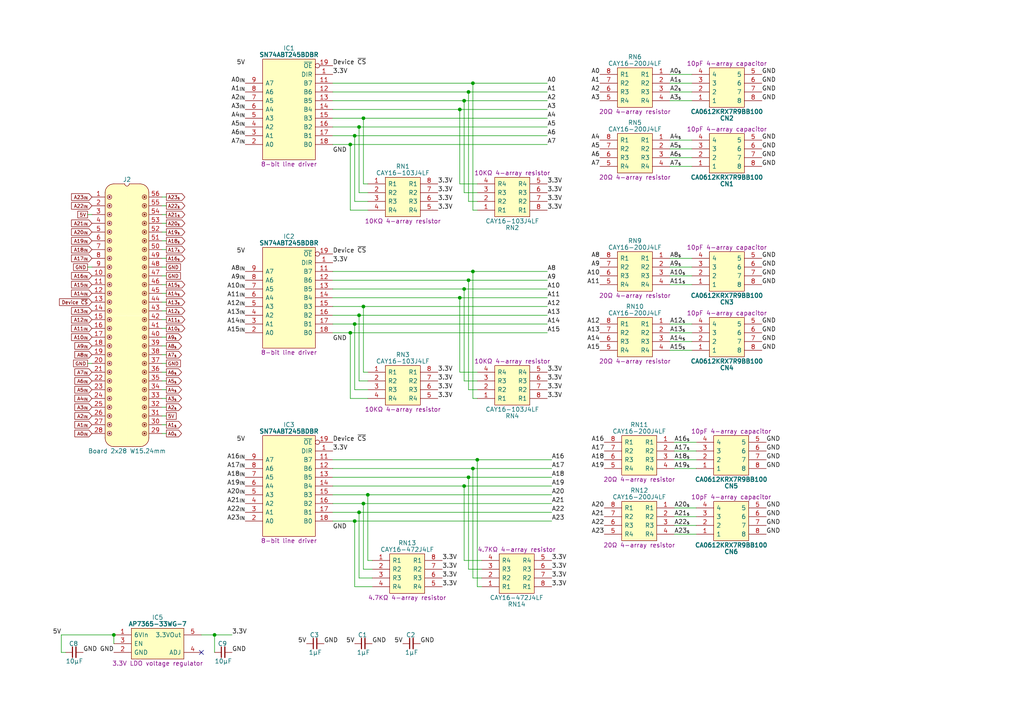
<source format=kicad_sch>
(kicad_sch (version 20250114) (generator "eeschema") (generator_version "9.0")
  (paper "A4")
  (title_block (title "Address Buffer 24bit") (date "2024-02-01") (rev "V0"))
  (junction (at 137.16 24.13))
  (junction (at 135.89 138.43))
  (junction (at 133.35 31.75))
  (junction (at 105.41 146.05))
  (junction (at 138.43 133.35))
  (junction (at 137.16 78.74))
  (junction (at 133.35 86.36))
  (junction (at 104.14 148.59))
  (junction (at 33.02 184.15))
  (junction (at 134.62 140.97))
  (junction (at 134.62 83.82))
  (junction (at 102.87 93.98))
  (junction (at 104.14 91.44))
  (junction (at 104.14 36.83))
  (junction (at 105.41 34.29))
  (junction (at 102.87 151.13))
  (junction (at 101.6 41.91))
  (junction (at 102.87 39.37))
  (junction (at 137.16 135.89))
  (junction (at 135.89 81.28))
  (junction (at 135.89 26.67))
  (junction (at 62.23 184.15))
  (junction (at 134.62 29.21))
  (junction (at 106.68 143.51))
  (junction (at 105.41 88.9))
  (junction (at 101.6 96.52))
  (no_connect (at 58.42 189.23))
  (wire (pts (xy 96.52 26.67) (xy 135.89 26.67)))
  (wire (pts (xy 133.35 107.95) (xy 133.35 86.36)))
  (wire (pts (xy 135.89 81.28) (xy 96.52 81.28)))
  (wire (pts (xy 194.31 24.13) (xy 200.66 24.13)))
  (wire (pts (xy 194.31 77.47) (xy 200.66 77.47)))
  (wire (pts (xy 96.52 133.35) (xy 138.43 133.35)))
  (wire (pts (xy 48.26 125.73) (xy 46.99 125.73)))
  (wire (pts (xy 135.89 26.67) (xy 158.75 26.67)))
  (wire (pts (xy 101.6 41.91) (xy 158.75 41.91)))
  (wire (pts (xy 134.62 162.56) (xy 139.7 162.56)))
  (wire (pts (xy 158.75 91.44) (xy 104.14 91.44)))
  (wire (pts (xy 133.35 31.75) (xy 158.75 31.75)))
  (wire (pts (xy 105.41 146.05) (xy 160.02 146.05)))
  (wire (pts (xy 48.26 92.71) (xy 46.99 92.71)))
  (wire (pts (xy 48.26 77.47) (xy 46.99 77.47)))
  (wire (pts (xy 138.43 133.35) (xy 138.43 170.18)))
  (wire (pts (xy 134.62 29.21) (xy 158.75 29.21)))
  (wire (pts (xy 134.62 140.97) (xy 160.02 140.97)))
  (wire (pts (xy 133.35 86.36) (xy 96.52 86.36)))
  (wire (pts (xy 195.58 133.35) (xy 201.93 133.35)))
  (wire (pts (xy 48.26 107.95) (xy 46.99 107.95)))
  (wire (pts (xy 194.31 29.21) (xy 200.66 29.21)))
  (wire (pts (xy 25.4 105.41) (xy 26.67 105.41)))
  (wire (pts (xy 106.68 162.56) (xy 106.68 143.51)))
  (wire (pts (xy 102.87 93.98) (xy 96.52 93.98)))
  (wire (pts (xy 48.26 82.55) (xy 46.99 82.55)))
  (wire (pts (xy 134.62 83.82) (xy 96.52 83.82)))
  (wire (pts (xy 194.31 45.72) (xy 200.66 45.72)))
  (wire (pts (xy 134.62 55.88) (xy 134.62 29.21)))
  (wire (pts (xy 62.23 189.23) (xy 62.23 184.15)))
  (wire (pts (xy 105.41 165.1) (xy 105.41 146.05)))
  (wire (pts (xy 138.43 113.03) (xy 135.89 113.03)))
  (wire (pts (xy 96.52 31.75) (xy 133.35 31.75)))
  (wire (pts (xy 48.26 97.79) (xy 46.99 97.79)))
  (wire (pts (xy 158.75 88.9) (xy 105.41 88.9)))
  (wire (pts (xy 48.26 115.57) (xy 46.99 115.57)))
  (wire (pts (xy 105.41 107.95) (xy 106.68 107.95)))
  (wire (pts (xy 105.41 34.29) (xy 158.75 34.29)))
  (wire (pts (xy 106.68 115.57) (xy 101.6 115.57)))
  (wire (pts (xy 96.52 29.21) (xy 134.62 29.21)))
  (wire (pts (xy 102.87 113.03) (xy 102.87 93.98)))
  (wire (pts (xy 96.52 143.51) (xy 106.68 143.51)))
  (wire (pts (xy 135.89 81.28) (xy 135.89 113.03)))
  (wire (pts (xy 25.4 62.23) (xy 26.67 62.23)))
  (wire (pts (xy 194.31 40.64) (xy 200.66 40.64)))
  (wire (pts (xy 104.14 167.64) (xy 104.14 148.59)))
  (wire (pts (xy 138.43 60.96) (xy 137.16 60.96)))
  (wire (pts (xy 195.58 149.86) (xy 201.93 149.86)))
  (wire (pts (xy 137.16 78.74) (xy 137.16 115.57)))
  (wire (pts (xy 137.16 78.74) (xy 96.52 78.74)))
  (wire (pts (xy 48.26 59.69) (xy 46.99 59.69)))
  (wire (pts (xy 96.52 39.37) (xy 102.87 39.37)))
  (wire (pts (xy 158.75 81.28) (xy 135.89 81.28)))
  (wire (pts (xy 17.78 184.15) (xy 33.02 184.15)))
  (wire (pts (xy 25.4 77.47) (xy 26.67 77.47)))
  (wire (pts (xy 48.26 87.63) (xy 46.99 87.63)))
  (wire (pts (xy 48.26 69.85) (xy 46.99 69.85)))
  (wire (pts (xy 104.14 36.83) (xy 158.75 36.83)))
  (wire (pts (xy 106.68 162.56) (xy 107.95 162.56)))
  (wire (pts (xy 101.6 115.57) (xy 101.6 96.52)))
  (wire (pts (xy 137.16 24.13) (xy 137.16 60.96)))
  (wire (pts (xy 134.62 110.49) (xy 134.62 83.82)))
  (wire (pts (xy 104.14 55.88) (xy 104.14 36.83)))
  (wire (pts (xy 96.52 24.13) (xy 137.16 24.13)))
  (wire (pts (xy 102.87 170.18) (xy 102.87 151.13)))
  (wire (pts (xy 48.26 64.77) (xy 46.99 64.77)))
  (wire (pts (xy 96.52 36.83) (xy 104.14 36.83)))
  (wire (pts (xy 101.6 96.52) (xy 96.52 96.52)))
  (wire (pts (xy 48.26 102.87) (xy 46.99 102.87)))
  (wire (pts (xy 33.02 184.15) (xy 33.02 186.69)))
  (wire (pts (xy 105.41 165.1) (xy 107.95 165.1)))
  (wire (pts (xy 133.35 53.34) (xy 138.43 53.34)))
  (wire (pts (xy 137.16 135.89) (xy 137.16 167.64)))
  (wire (pts (xy 135.89 165.1) (xy 135.89 138.43)))
  (wire (pts (xy 105.41 88.9) (xy 96.52 88.9)))
  (wire (pts (xy 104.14 110.49) (xy 104.14 91.44)))
  (wire (pts (xy 102.87 58.42) (xy 102.87 39.37)))
  (wire (pts (xy 195.58 135.89) (xy 201.93 135.89)))
  (wire (pts (xy 158.75 83.82) (xy 134.62 83.82)))
  (wire (pts (xy 48.26 110.49) (xy 46.99 110.49)))
  (wire (pts (xy 96.52 146.05) (xy 105.41 146.05)))
  (wire (pts (xy 158.75 96.52) (xy 101.6 96.52)))
  (wire (pts (xy 194.31 26.67) (xy 200.66 26.67)))
  (wire (pts (xy 195.58 147.32) (xy 201.93 147.32)))
  (wire (pts (xy 48.26 118.11) (xy 46.99 118.11)))
  (wire (pts (xy 96.52 140.97) (xy 134.62 140.97)))
  (wire (pts (xy 48.26 67.31) (xy 46.99 67.31)))
  (wire (pts (xy 158.75 86.36) (xy 133.35 86.36)))
  (wire (pts (xy 48.26 113.03) (xy 46.99 113.03)))
  (wire (pts (xy 134.62 162.56) (xy 134.62 140.97)))
  (wire (pts (xy 105.41 53.34) (xy 105.41 34.29)))
  (wire (pts (xy 134.62 55.88) (xy 138.43 55.88)))
  (wire (pts (xy 195.58 128.27) (xy 201.93 128.27)))
  (wire (pts (xy 48.26 90.17) (xy 46.99 90.17)))
  (wire (pts (xy 104.14 110.49) (xy 106.68 110.49)))
  (wire (pts (xy 194.31 93.98) (xy 200.66 93.98)))
  (wire (pts (xy 96.52 41.91) (xy 101.6 41.91)))
  (wire (pts (xy 194.31 101.6) (xy 200.66 101.6)))
  (wire (pts (xy 195.58 152.4) (xy 201.93 152.4)))
  (wire (pts (xy 106.68 143.51) (xy 160.02 143.51)))
  (wire (pts (xy 48.26 62.23) (xy 46.99 62.23)))
  (wire (pts (xy 104.14 55.88) (xy 106.68 55.88)))
  (wire (pts (xy 48.26 57.15) (xy 46.99 57.15)))
  (wire (pts (xy 138.43 58.42) (xy 135.89 58.42)))
  (wire (pts (xy 102.87 151.13) (xy 160.02 151.13)))
  (wire (pts (xy 107.95 167.64) (xy 104.14 167.64)))
  (wire (pts (xy 58.42 184.15) (xy 62.23 184.15)))
  (wire (pts (xy 96.52 151.13) (xy 102.87 151.13)))
  (wire (pts (xy 101.6 60.96) (xy 101.6 41.91)))
  (wire (pts (xy 158.75 78.74) (xy 137.16 78.74)))
  (wire (pts (xy 139.7 170.18) (xy 138.43 170.18)))
  (wire (pts (xy 96.52 34.29) (xy 105.41 34.29)))
  (wire (pts (xy 194.31 74.93) (xy 200.66 74.93)))
  (wire (pts (xy 48.26 74.93) (xy 46.99 74.93)))
  (wire (pts (xy 194.31 48.26) (xy 200.66 48.26)))
  (wire (pts (xy 106.68 60.96) (xy 101.6 60.96)))
  (wire (pts (xy 105.41 53.34) (xy 106.68 53.34)))
  (wire (pts (xy 137.16 135.89) (xy 160.02 135.89)))
  (wire (pts (xy 48.26 123.19) (xy 46.99 123.19)))
  (wire (pts (xy 137.16 24.13) (xy 158.75 24.13)))
  (wire (pts (xy 135.89 26.67) (xy 135.89 58.42)))
  (wire (pts (xy 106.68 113.03) (xy 102.87 113.03)))
  (wire (pts (xy 107.95 170.18) (xy 102.87 170.18)))
  (wire (pts (xy 194.31 99.06) (xy 200.66 99.06)))
  (wire (pts (xy 133.35 53.34) (xy 133.35 31.75)))
  (wire (pts (xy 17.78 184.15) (xy 17.78 189.23)))
  (wire (pts (xy 138.43 115.57) (xy 137.16 115.57)))
  (wire (pts (xy 138.43 133.35) (xy 160.02 133.35)))
  (wire (pts (xy 48.26 72.39) (xy 46.99 72.39)))
  (wire (pts (xy 133.35 107.95) (xy 138.43 107.95)))
  (wire (pts (xy 96.52 138.43) (xy 135.89 138.43)))
  (wire (pts (xy 48.26 100.33) (xy 46.99 100.33)))
  (wire (pts (xy 194.31 21.59) (xy 200.66 21.59)))
  (wire (pts (xy 48.26 105.41) (xy 46.99 105.41)))
  (wire (pts (xy 194.31 43.18) (xy 200.66 43.18)))
  (wire (pts (xy 48.26 85.09) (xy 46.99 85.09)))
  (wire (pts (xy 105.41 107.95) (xy 105.41 88.9)))
  (wire (pts (xy 104.14 148.59) (xy 160.02 148.59)))
  (wire (pts (xy 48.26 80.01) (xy 46.99 80.01)))
  (wire (pts (xy 139.7 167.64) (xy 137.16 167.64)))
  (wire (pts (xy 194.31 80.01) (xy 200.66 80.01)))
  (wire (pts (xy 195.58 130.81) (xy 201.93 130.81)))
  (wire (pts (xy 106.68 58.42) (xy 102.87 58.42)))
  (wire (pts (xy 48.26 95.25) (xy 46.99 95.25)))
  (wire (pts (xy 17.78 189.23) (xy 19.05 189.23)))
  (wire (pts (xy 96.52 135.89) (xy 137.16 135.89)))
  (wire (pts (xy 135.89 138.43) (xy 160.02 138.43)))
  (wire (pts (xy 104.14 91.44) (xy 96.52 91.44)))
  (wire (pts (xy 102.87 39.37) (xy 158.75 39.37)))
  (wire (pts (xy 194.31 82.55) (xy 200.66 82.55)))
  (wire (pts (xy 62.23 184.15) (xy 67.31 184.15)))
  (wire (pts (xy 48.26 120.65) (xy 46.99 120.65)))
  (wire (pts (xy 134.62 110.49) (xy 138.43 110.49)))
  (wire (pts (xy 194.31 96.52) (xy 200.66 96.52)))
  (wire (pts (xy 135.89 165.1) (xy 139.7 165.1)))
  (wire (pts (xy 158.75 93.98) (xy 102.87 93.98)))
  (wire (pts (xy 195.58 154.94) (xy 201.93 154.94)))
  (wire (pts (xy 96.52 148.59) (xy 104.14 148.59)))
  (label "A18_{IN}" (at 71.12 138.43 180))
  (label "A23" (at 175.26 154.94 180))
  (label "A3_{s}" (at 194.31 29.21 0))
  (label "3.3V" (at 127 110.49 0))
  (label "A15" (at 173.99 101.6 180))
  (label "GND" (at 96.52 153.67 0))
  (label "A22" (at 175.26 152.4 180))
  (label "3.3V" (at 127 53.34 0))
  (label "A5_{IN}" (at 71.12 36.83 180))
  (label "A10" (at 158.75 83.82 0))
  (label "A6_{s}" (at 194.31 45.72 0))
  (label "A10" (at 173.99 80.01 180))
  (label "A4_{s}" (at 194.31 40.64 0))
  (label "A21" (at 175.26 149.86 180))
  (label "GND" (at 220.98 96.52 0))
  (label "A23" (at 160.02 151.13 0))
  (label "A23_{IN}" (at 71.12 151.13 180))
  (label "A12" (at 173.99 93.98 180))
  (label "A5" (at 173.99 43.18 180))
  (label "A17" (at 175.26 130.81 180))
  (label "3.3V" (at 158.75 58.42 0))
  (label "A10_{IN}" (at 71.12 83.82 180))
  (label "A13" (at 173.99 96.52 180))
  (label "GND" (at 222.25 154.94 0))
  (label "GND" (at 220.98 101.6 0))
  (label "A13_{IN}" (at 71.12 91.44 180))
  (label "3.3V" (at 96.52 76.2 0))
  (label "A14_{IN}" (at 71.12 93.98 180))
  (label "GND" (at 222.25 152.4 0))
  (label "A19" (at 160.02 140.97 0))
  (label "GND" (at 222.25 133.35 0))
  (label "GND" (at 220.98 74.93 0))
  (label "A18_{s}" (at 195.58 133.35 0))
  (label "GND" (at 67.31 189.23 0))
  (label "3.3V" (at 128.27 162.56 0))
  (label "GND" (at 220.98 24.13 0))
  (label "A4_{IN}" (at 71.12 34.29 180))
  (label "GND" (at 93.98 186.69 0))
  (label "3.3V" (at 128.27 165.1 0))
  (label "A7" (at 158.75 41.91 0))
  (label "A12" (at 158.75 88.9 0))
  (label "3.3V" (at 158.75 113.03 0))
  (label "3.3V" (at 158.75 53.34 0))
  (label "A13_{s}" (at 194.31 96.52 0))
  (label "GND" (at 222.25 149.86 0))
  (label "A7_{s}" (at 194.31 48.26 0))
  (label "A19_{IN}" (at 71.12 140.97 180))
  (label "A4" (at 158.75 34.29 0))
  (label "GND" (at 220.98 80.01 0))
  (label "A12_{s}" (at 194.31 93.98 0))
  (label "GND" (at 96.52 99.06 0))
  (label "GND" (at 222.25 135.89 0))
  (label "A1_{IN}" (at 71.12 26.67 180))
  (label "A16_{IN}" (at 71.12 133.35 180))
  (label "3.3V" (at 127 113.03 0))
  (label "A10_{s}" (at 194.31 80.01 0))
  (label "GND" (at 24.13 189.23 0))
  (label "5V" (at 17.78 184.15 180))
  (label "A9" (at 173.99 77.47 180))
  (label "A21" (at 160.02 146.05 0))
  (label "A9_{s}" (at 194.31 77.47 0))
  (label "GND" (at 220.98 82.55 0))
  (label "A21_{s}" (at 195.58 149.86 0))
  (label "5V" (at 71.12 73.66 180))
  (label "A17_{s}" (at 195.58 130.81 0))
  (label "A19" (at 175.26 135.89 180))
  (label "A11" (at 173.99 82.55 180))
  (label "A18" (at 160.02 138.43 0))
  (label "A15_{IN}" (at 71.12 96.52 180))
  (label "A3" (at 173.99 29.21 180))
  (label "3.3V" (at 160.02 162.56 0))
  (label "A21_{IN}" (at 71.12 146.05 180))
  (label "5V" (at 71.12 128.27 180))
  (label "A17" (at 160.02 135.89 0))
  (label "A2" (at 158.75 29.21 0))
  (label "GND" (at 222.25 147.32 0))
  (label "GND" (at 33.02 189.23 180))
  (label "A19_{s}" (at 195.58 135.89 0))
  (label "A5" (at 158.75 36.83 0))
  (label "A14" (at 158.75 93.98 0))
  (label "A3" (at 158.75 31.75 0))
  (label "A11" (at 158.75 86.36 0))
  (label "GND" (at 220.98 99.06 0))
  (label "A1" (at 158.75 26.67 0))
  (label "3.3V" (at 160.02 170.18 0))
  (label "GND" (at 220.98 29.21 0))
  (label "Device ~{CS}" (at 96.52 19.05 0))
  (label "3.3V" (at 160.02 167.64 0))
  (label "5V" (at 88.9 186.69 180))
  (label "3.3V" (at 127 55.88 0))
  (label "GND" (at 220.98 26.67 0))
  (label "3.3V" (at 158.75 60.96 0))
  (label "A7_{IN}" (at 71.12 41.91 180))
  (label "A17_{IN}" (at 71.12 135.89 180))
  (label "GND" (at 220.98 93.98 0))
  (label "GND" (at 222.25 130.81 0))
  (label "3.3V" (at 127 115.57 0))
  (label "3.3V" (at 96.52 21.59 0))
  (label "Device ~{CS}" (at 96.52 73.66 0))
  (label "A20_{s}" (at 195.58 147.32 0))
  (label "A14" (at 173.99 99.06 180))
  (label "GND" (at 220.98 45.72 0))
  (label "A5_{s}" (at 194.31 43.18 0))
  (label "A0_{IN}" (at 71.12 24.13 180))
  (label "A7" (at 173.99 48.26 180))
  (label "5V" (at 102.87 186.69 180))
  (label "3.3V" (at 127 60.96 0))
  (label "A23_{s}" (at 195.58 154.94 0))
  (label "A11_{IN}" (at 71.12 86.36 180))
  (label "3.3V" (at 127 107.95 0))
  (label "A8" (at 173.99 74.93 180))
  (label "3.3V" (at 127 58.42 0))
  (label "A15_{s}" (at 194.31 101.6 0))
  (label "A2_{s}" (at 194.31 26.67 0))
  (label "A6_{IN}" (at 71.12 39.37 180))
  (label "3.3V" (at 158.75 110.49 0))
  (label "A8" (at 158.75 78.74 0))
  (label "A0" (at 173.99 21.59 180))
  (label "3.3V" (at 128.27 167.64 0))
  (label "A20_{IN}" (at 71.12 143.51 180))
  (label "A1_{s}" (at 194.31 24.13 0))
  (label "GND" (at 107.95 186.69 0))
  (label "A22" (at 160.02 148.59 0))
  (label "A22_{IN}" (at 71.12 148.59 180))
  (label "A2_{IN}" (at 71.12 29.21 180))
  (label "3.3V" (at 67.31 184.15 0))
  (label "A20" (at 175.26 147.32 180))
  (label "A11_{s}" (at 194.31 82.55 0))
  (label "GND" (at 220.98 43.18 0))
  (label "3.3V" (at 96.52 130.81 0))
  (label "GND" (at 222.25 128.27 0))
  (label "A12_{IN}" (at 71.12 88.9 180))
  (label "A4" (at 173.99 40.64 180))
  (label "A18" (at 175.26 133.35 180))
  (label "GND" (at 96.52 44.45 0))
  (label "A0" (at 158.75 24.13 0))
  (label "A16" (at 175.26 128.27 180))
  (label "A9" (at 158.75 81.28 0))
  (label "5V" (at 71.12 19.05 180))
  (label "A1" (at 173.99 24.13 180))
  (label "3.3V" (at 158.75 115.57 0))
  (label "GND" (at 121.92 186.69 0))
  (label "GND" (at 220.98 48.26 0))
  (label "A6" (at 158.75 39.37 0))
  (label "3.3V" (at 158.75 107.95 0))
  (label "Device ~{CS}" (at 96.52 128.27 0))
  (label "GND" (at 220.98 40.64 0))
  (label "A0_{s}" (at 194.31 21.59 0))
  (label "A20" (at 160.02 143.51 0))
  (label "A13" (at 158.75 91.44 0))
  (label "3.3V" (at 160.02 165.1 0))
  (label "A9_{IN}" (at 71.12 81.28 180))
  (label "A8_{IN}" (at 71.12 78.74 180))
  (label "A15" (at 158.75 96.52 0))
  (label "3.3V" (at 128.27 170.18 0))
  (label "3.3V" (at 158.75 55.88 0))
  (label "A8_{s}" (at 194.31 74.93 0))
  (label "A2" (at 173.99 26.67 180))
  (label "A22_{s}" (at 195.58 152.4 0))
  (label "A14_{s}" (at 194.31 99.06 0))
  (label "A3_{IN}" (at 71.12 31.75 180))
  (label "A16" (at 160.02 133.35 0))
  (label "GND" (at 220.98 21.59 0))
  (label "5V" (at 116.84 186.69 180))
  (label "A16_{s}" (at 195.58 128.27 0))
  (label "GND" (at 220.98 77.47 0))
  (label "A6" (at 173.99 45.72 180))
  (global_label "A3_{s}" (shape output) (at 48.26 115.57 0) (effects (font (size 1 1))) (property "Intersheetrefs" "${INTERSHEET_REFS}" (effects (hide yes))))
  (global_label "A11_{s}" (shape output) (at 48.26 92.71 0) (effects (font (size 1 1))) (property "Intersheetrefs" "${INTERSHEET_REFS}" (effects (hide yes))))
  (global_label "A18_{s}" (shape output) (at 48.26 69.85 0) (effects (font (size 1 1))) (property "Intersheetrefs" "${INTERSHEET_REFS}" (effects (hide yes))))
  (global_label "GND" (shape passive) (at 25.4 105.41 180) (effects (font (size 1 1))) (property "Intersheetrefs" "${INTERSHEET_REFS}" (effects (hide yes))))
  (global_label "A15_{IN}" (shape input) (at 26.67 82.55 180) (effects (font (size 1 1))) (property "Intersheetrefs" "${INTERSHEET_REFS}" (effects (hide yes))))
  (global_label "A14_{s}" (shape output) (at 48.26 85.09 0) (effects (font (size 1 1))) (property "Intersheetrefs" "${INTERSHEET_REFS}" (effects (hide yes))))
  (global_label "A10_{IN}" (shape input) (at 26.67 97.79 180) (effects (font (size 1 1))) (property "Intersheetrefs" "${INTERSHEET_REFS}" (effects (hide yes))))
  (global_label "A1_{s}" (shape output) (at 48.26 123.19 0) (effects (font (size 1 1))) (property "Intersheetrefs" "${INTERSHEET_REFS}" (effects (hide yes))))
  (global_label "A16_{s}" (shape output) (at 48.26 74.93 0) (effects (font (size 1 1))) (property "Intersheetrefs" "${INTERSHEET_REFS}" (effects (hide yes))))
  (global_label "A5_{s}" (shape output) (at 48.26 110.49 0) (effects (font (size 1 1))) (property "Intersheetrefs" "${INTERSHEET_REFS}" (effects (hide yes))))
  (global_label "A23_{s}" (shape output) (at 48.26 57.15 0) (effects (font (size 1 1))) (property "Intersheetrefs" "${INTERSHEET_REFS}" (effects (hide yes))))
  (global_label "A7_{s}" (shape output) (at 48.26 102.87 0) (effects (font (size 1 1))) (property "Intersheetrefs" "${INTERSHEET_REFS}" (effects (hide yes))))
  (global_label "A8_{IN}" (shape input) (at 26.67 102.87 180) (effects (font (size 1 1))) (property "Intersheetrefs" "${INTERSHEET_REFS}" (effects (hide yes))))
  (global_label "A8_{s}" (shape output) (at 48.26 100.33 0) (effects (font (size 1 1))) (property "Intersheetrefs" "${INTERSHEET_REFS}" (effects (hide yes))))
  (global_label "A4_{s}" (shape output) (at 48.26 113.03 0) (effects (font (size 1 1))) (property "Intersheetrefs" "${INTERSHEET_REFS}" (effects (hide yes))))
  (global_label "A14_{IN}" (shape input) (at 26.67 85.09 180) (effects (font (size 1 1))) (property "Intersheetrefs" "${INTERSHEET_REFS}" (effects (hide yes))))
  (global_label "GND" (shape passive) (at 48.26 105.41 0) (effects (font (size 1 1))) (property "Intersheetrefs" "${INTERSHEET_REFS}" (effects (hide yes))))
  (global_label "A12_{IN}" (shape input) (at 26.67 92.71 180) (effects (font (size 1 1))) (property "Intersheetrefs" "${INTERSHEET_REFS}" (effects (hide yes))))
  (global_label "A10_{s}" (shape output) (at 48.26 95.25 0) (effects (font (size 1 1))) (property "Intersheetrefs" "${INTERSHEET_REFS}" (effects (hide yes))))
  (global_label "A11_{IN}" (shape input) (at 26.67 95.25 180) (effects (font (size 1 1))) (property "Intersheetrefs" "${INTERSHEET_REFS}" (effects (hide yes))))
  (global_label "Device ~{CS}" (shape input) (at 26.67 87.63 180) (effects (font (size 1 1))) (property "Intersheetrefs" "${INTERSHEET_REFS}" (effects (hide yes))))
  (global_label "A2_{IN}" (shape input) (at 26.67 120.65 180) (effects (font (size 1 1))) (property "Intersheetrefs" "${INTERSHEET_REFS}" (effects (hide yes))))
  (global_label "A22_{IN}" (shape input) (at 26.67 59.69 180) (effects (font (size 1 1))) (property "Intersheetrefs" "${INTERSHEET_REFS}" (effects (hide yes))))
  (global_label "A6_{IN}" (shape input) (at 26.67 110.49 180) (effects (font (size 1 1))) (property "Intersheetrefs" "${INTERSHEET_REFS}" (effects (hide yes))))
  (global_label "GND" (shape passive) (at 25.4 77.47 180) (effects (font (size 1 1))) (property "Intersheetrefs" "${INTERSHEET_REFS}" (effects (hide yes))))
  (global_label "A23_{IN}" (shape input) (at 26.67 57.15 180) (effects (font (size 1 1))) (property "Intersheetrefs" "${INTERSHEET_REFS}" (effects (hide yes))))
  (global_label "A16_{IN}" (shape input) (at 26.67 80.01 180) (effects (font (size 1 1))) (property "Intersheetrefs" "${INTERSHEET_REFS}" (effects (hide yes))))
  (global_label "A19_{IN}" (shape input) (at 26.67 69.85 180) (effects (font (size 1 1))) (property "Intersheetrefs" "${INTERSHEET_REFS}" (effects (hide yes))))
  (global_label "A21_{IN}" (shape input) (at 26.67 64.77 180) (effects (font (size 1 1))) (property "Intersheetrefs" "${INTERSHEET_REFS}" (effects (hide yes))))
  (global_label "A3_{IN}" (shape input) (at 26.67 118.11 180) (effects (font (size 1 1))) (property "Intersheetrefs" "${INTERSHEET_REFS}" (effects (hide yes))))
  (global_label "A17_{s}" (shape output) (at 48.26 72.39 0) (effects (font (size 1 1))) (property "Intersheetrefs" "${INTERSHEET_REFS}" (effects (hide yes))))
  (global_label "A0_{IN}" (shape input) (at 26.67 125.73 180) (effects (font (size 1 1))) (property "Intersheetrefs" "${INTERSHEET_REFS}" (effects (hide yes))))
  (global_label "GND" (shape passive) (at 48.26 80.01 0) (effects (font (size 1 1))) (property "Intersheetrefs" "${INTERSHEET_REFS}" (effects (hide yes))))
  (global_label "A13_{s}" (shape output) (at 48.26 87.63 0) (effects (font (size 1 1))) (property "Intersheetrefs" "${INTERSHEET_REFS}" (effects (hide yes))))
  (global_label "A1_{IN}" (shape input) (at 26.67 123.19 180) (effects (font (size 1 1))) (property "Intersheetrefs" "${INTERSHEET_REFS}" (effects (hide yes))))
  (global_label "A12_{s}" (shape output) (at 48.26 90.17 0) (effects (font (size 1 1))) (property "Intersheetrefs" "${INTERSHEET_REFS}" (effects (hide yes))))
  (global_label "GND" (shape passive) (at 48.26 77.47 0) (effects (font (size 1 1))) (property "Intersheetrefs" "${INTERSHEET_REFS}" (effects (hide yes))))
  (global_label "A15_{s}" (shape output) (at 48.26 82.55 0) (effects (font (size 1 1))) (property "Intersheetrefs" "${INTERSHEET_REFS}" (effects (hide yes))))
  (global_label "A21_{s}" (shape output) (at 48.26 62.23 0) (effects (font (size 1 1))) (property "Intersheetrefs" "${INTERSHEET_REFS}" (effects (hide yes))))
  (global_label "A0_{s}" (shape output) (at 48.26 125.73 0) (effects (font (size 1 1))) (property "Intersheetrefs" "${INTERSHEET_REFS}" (effects (hide yes))))
  (global_label "A20_{IN}" (shape input) (at 26.67 67.31 180) (effects (font (size 1 1))) (property "Intersheetrefs" "${INTERSHEET_REFS}" (effects (hide yes))))
  (global_label "A5_{IN}" (shape input) (at 26.67 113.03 180) (effects (font (size 1 1))) (property "Intersheetrefs" "${INTERSHEET_REFS}" (effects (hide yes))))
  (global_label "A18_{IN}" (shape input) (at 26.67 72.39 180) (effects (font (size 1 1))) (property "Intersheetrefs" "${INTERSHEET_REFS}" (effects (hide yes))))
  (global_label "A19_{s}" (shape output) (at 48.26 67.31 0) (effects (font (size 1 1))) (property "Intersheetrefs" "${INTERSHEET_REFS}" (effects (hide yes))))
  (global_label "A13_{IN}" (shape input) (at 26.67 90.17 180) (effects (font (size 1 1))) (property "Intersheetrefs" "${INTERSHEET_REFS}" (effects (hide yes))))
  (global_label "5V" (shape passive) (at 25.4 62.23 180) (effects (font (size 1 1))) (property "Intersheetrefs" "${INTERSHEET_REFS}" (effects (hide yes))))
  (global_label "A2_{s}" (shape output) (at 48.26 118.11 0) (effects (font (size 1 1))) (property "Intersheetrefs" "${INTERSHEET_REFS}" (effects (hide yes))))
  (global_label "A9_{IN}" (shape input) (at 26.67 100.33 180) (effects (font (size 1 1))) (property "Intersheetrefs" "${INTERSHEET_REFS}" (effects (hide yes))))
  (global_label "A4_{IN}" (shape input) (at 26.67 115.57 180) (effects (font (size 1 1))) (property "Intersheetrefs" "${INTERSHEET_REFS}" (effects (hide yes))))
  (global_label "A20_{s}" (shape output) (at 48.26 64.77 0) (effects (font (size 1 1))) (property "Intersheetrefs" "${INTERSHEET_REFS}" (effects (hide yes))))
  (global_label "A17_{IN}" (shape input) (at 26.67 74.93 180) (effects (font (size 1 1))) (property "Intersheetrefs" "${INTERSHEET_REFS}" (effects (hide yes))))
  (global_label "A6_{s}" (shape output) (at 48.26 107.95 0) (effects (font (size 1 1))) (property "Intersheetrefs" "${INTERSHEET_REFS}" (effects (hide yes))))
  (global_label "A9_{s}" (shape output) (at 48.26 97.79 0) (effects (font (size 1 1))) (property "Intersheetrefs" "${INTERSHEET_REFS}" (effects (hide yes))))
  (global_label "5V" (shape passive) (at 48.26 120.65 0) (effects (font (size 1 1))) (property "Intersheetrefs" "${INTERSHEET_REFS}" (effects (hide yes))))
  (global_label "A22_{s}" (shape output) (at 48.26 59.69 0) (effects (font (size 1 1))) (property "Intersheetrefs" "${INTERSHEET_REFS}" (effects (hide yes))))
  (global_label "A7_{IN}" (shape input) (at 26.67 107.95 180) (effects (font (size 1 1))) (property "Intersheetrefs" "${INTERSHEET_REFS}" (effects (hide yes))))
  (symbol (lib_id "Bourns:CAY16-200J4LF") (at 194.31 74.93 0) (mirror y) (unit 1)
    (property "Reference" "RN9" (at 184.15 69.85 0))
    (property "Value" "CAY16-200J4LF" (at 184.15 71.755 0))
    (property "Footprint" "SamacSys_Parts:CAY16-F4" (effects (hide yes)))
    (property "Datasheet" "https://www.bourns.com/pdfs/CATCAY.pdf" (effects (hide yes)))
    (property "Description" "20Ω 4-array resistor" (at 184.15 85.725 0))
    (property "Manufacturer_Name" "Bourns" (effects (hide yes)))
    (property "Manufacturer_Part_Number" "CAY16-331J4LF" (effects (hide yes)))
    (property "Mouser Part Number" "652-CAY16-331J4LF" (effects (hide yes)))
    (property "Mouser Price/Stock" "https://www.mouser.co.uk/ProductDetail/Bourns/CAY16-331J4LF?qs=S%2FtQCknEyz%2FCCx8IkpB2bQ%3D%3D" (effects (hide yes)))
    (property "Arrow Part Number" "CAY16-331J4LF" (effects (hide yes)))
    (property "Arrow Price/Stock" "https://www.arrow.com/en/products/cay16-331j4lf/bourns?region=nac" (effects (hide yes)))
    (property "Silkscreen" "20Ω" (effects (hide yes)))
  )
  (symbol (lib_id "Bourns:CAY16-200J4LF") (at 194.31 93.98 0) (mirror y) (unit 1)
    (property "Reference" "RN10" (at 184.15 88.9 0))
    (property "Value" "CAY16-200J4LF" (at 184.15 90.805 0))
    (property "Footprint" "SamacSys_Parts:CAY16-F4" (effects (hide yes)))
    (property "Datasheet" "https://www.bourns.com/pdfs/CATCAY.pdf" (effects (hide yes)))
    (property "Description" "20Ω 4-array resistor" (at 184.15 104.775 0))
    (property "Manufacturer_Name" "Bourns" (effects (hide yes)))
    (property "Manufacturer_Part_Number" "CAY16-331J4LF" (effects (hide yes)))
    (property "Mouser Part Number" "652-CAY16-331J4LF" (effects (hide yes)))
    (property "Mouser Price/Stock" "https://www.mouser.co.uk/ProductDetail/Bourns/CAY16-331J4LF?qs=S%2FtQCknEyz%2FCCx8IkpB2bQ%3D%3D" (effects (hide yes)))
    (property "Arrow Part Number" "CAY16-331J4LF" (effects (hide yes)))
    (property "Arrow Price/Stock" "https://www.arrow.com/en/products/cay16-331j4lf/bourns?region=nac" (effects (hide yes)))
    (property "Silkscreen" "20Ω" (effects (hide yes)))
  )
  (symbol (lib_id "Texas_Instruments:SN74ABT245BDBR") (at 96.52 128.27 0) (mirror y) (unit 1)
    (property "Reference" "IC3" (at 83.82 123.19 0))
    (property "Value" "SN74ABT245BDBR" (at 83.82 125.095 0) (effects (font (bold yes))))
    (property "Footprint" "SamacSys_Parts:SOP65P780X200-20N" (effects (hide yes)))
    (property "Datasheet" "http://www.ti.com/lit/gpn/sn74abt245b" (effects (hide yes)))
    (property "Description" "8-bit line driver" (at 83.82 156.845 0))
    (property "Height" "2" (effects (hide yes)))
    (property "Manufacturer_Name" "Texas Instruments" (effects (hide yes)))
    (property "Manufacturer_Part_Number" "SN74ABT245BDBR" (effects (hide yes)))
    (property "Mouser Part Number" "595-SN74ABT245BDBR" (effects (hide yes)))
    (property "Mouser Price/Stock" "https://www.mouser.co.uk/ProductDetail/Texas-Instruments/SN74ABT245BDBR?qs=5nGYs9Do7G0kvriH65mtcg%3D%3D" (effects (hide yes)))
    (property "Silkscreen" "74ABT245" (effects (hide yes)))
  )
  (symbol (lib_id "HCP65:C_0805") (at 88.9 186.69 0) (unit 1)
    (property "Reference" "C3" (at 91.186 184.15 0))
    (property "Value" "1μF" (at 91.44 189.23 0))
    (property "Footprint" "SamacSys_Parts:C_0805" (effects (hide yes)))
  )
  (symbol (lib_id "Bourns:CAY16-472J4LF") (at 139.7 170.18 0) (mirror x) (unit 1)
    (property "Reference" "RN14" (at 149.86 175.26 0))
    (property "Value" "CAY16-472J4LF" (at 149.86 173.355 0))
    (property "Footprint" "SamacSys_Parts:CAY16-F4" (effects (hide yes)))
    (property "Datasheet" "https://www.bourns.com/pdfs/CATCAY.pdf" (effects (hide yes)))
    (property "Description" "4.7KΩ 4-array resistor" (at 149.86 159.385 0))
    (property "Manufacturer_Name" "Bourns" (effects (hide yes)))
    (property "Manufacturer_Part_Number" "CAY16-472J4LF" (effects (hide yes)))
    (property "Mouser Part Number" "652-CAY16-472J4LF" (effects (hide yes)))
    (property "Mouser Price/Stock" "https://www.mouser.co.uk/ProductDetail/Bourns/CAY16-472J4LF?qs=vjljXApjgZXDWSqaYW6%252BOA%3D%3D" (effects (hide yes)))
    (property "Silkscreen" "4.7KΩ" (effects (hide yes)))
  )
  (symbol (lib_id "Bourns:CAY16-200J4LF") (at 194.31 40.64 0) (mirror y) (unit 1)
    (property "Reference" "RN5" (at 184.15 35.56 0))
    (property "Value" "CAY16-200J4LF" (at 184.15 37.465 0))
    (property "Footprint" "SamacSys_Parts:CAY16-F4" (effects (hide yes)))
    (property "Datasheet" "https://www.bourns.com/pdfs/CATCAY.pdf" (effects (hide yes)))
    (property "Description" "20Ω 4-array resistor" (at 184.15 51.435 0))
    (property "Manufacturer_Name" "Bourns" (effects (hide yes)))
    (property "Manufacturer_Part_Number" "CAY16-331J4LF" (effects (hide yes)))
    (property "Mouser Part Number" "652-CAY16-331J4LF" (effects (hide yes)))
    (property "Mouser Price/Stock" "https://www.mouser.co.uk/ProductDetail/Bourns/CAY16-331J4LF?qs=S%2FtQCknEyz%2FCCx8IkpB2bQ%3D%3D" (effects (hide yes)))
    (property "Arrow Part Number" "CAY16-331J4LF" (effects (hide yes)))
    (property "Arrow Price/Stock" "https://www.arrow.com/en/products/cay16-331j4lf/bourns?region=nac" (effects (hide yes)))
    (property "Silkscreen" "20Ω" (effects (hide yes)))
  )
  (symbol (lib_id "Bourns:CAY16-200J4LF") (at 195.58 147.32 0) (mirror y) (unit 1)
    (property "Reference" "RN12" (at 185.42 142.24 0))
    (property "Value" "CAY16-200J4LF" (at 185.42 144.145 0))
    (property "Footprint" "SamacSys_Parts:CAY16-F4" (effects (hide yes)))
    (property "Datasheet" "https://www.bourns.com/pdfs/CATCAY.pdf" (effects (hide yes)))
    (property "Description" "20Ω 4-array resistor" (at 185.42 158.115 0))
    (property "Manufacturer_Name" "Bourns" (effects (hide yes)))
    (property "Manufacturer_Part_Number" "CAY16-331J4LF" (effects (hide yes)))
    (property "Mouser Part Number" "652-CAY16-331J4LF" (effects (hide yes)))
    (property "Mouser Price/Stock" "https://www.mouser.co.uk/ProductDetail/Bourns/CAY16-331J4LF?qs=S%2FtQCknEyz%2FCCx8IkpB2bQ%3D%3D" (effects (hide yes)))
    (property "Arrow Part Number" "CAY16-331J4LF" (effects (hide yes)))
    (property "Arrow Price/Stock" "https://www.arrow.com/en/products/cay16-331j4lf/bourns?region=nac" (effects (hide yes)))
    (property "Silkscreen" "20Ω" (effects (hide yes)))
  )
  (symbol (lib_id "HCP65:C_0805") (at 102.87 186.69 0) (unit 1)
    (property "Reference" "C1" (at 105.156 184.15 0))
    (property "Value" "1μF" (at 105.41 189.23 0))
    (property "Footprint" "SamacSys_Parts:C_0805" (effects (hide yes)))
  )
  (symbol (lib_id "Yageo:CA0612KRX7R9BB100") (at 200.66 48.26 0) (mirror x) (unit 1)
    (property "Reference" "CN1" (at 210.82 53.34 0) (effects (font (bold yes))))
    (property "Value" "CA0612KRX7R9BB100" (at 210.82 51.435 0) (effects (font (bold yes))))
    (property "Footprint" "SamacSys_Parts:CA0612KRX7R9BB100" (effects (hide yes)))
    (property "Datasheet" "https://componentsearchengine.com/Datasheets/1/CA0612KRX7R9BB102.pdf" (effects (hide yes)))
    (property "Description" "10pF 4-array capacitor" (at 210.82 37.465 0))
    (property "Manufacturer_Name" "KEMET" (effects (hide yes)))
    (property "Manufacturer_Part_Number" "CA0612KRX7R9BB102" (effects (hide yes)))
    (property "Mouser Part Number" "603-CA612KRX7R9BB102" (effects (hide yes)))
    (property "Mouser Price/Stock" "https://www.mouser.co.uk/ProductDetail/YAGEO/CA0612KRX7R9BB102?qs=50q%252BZR8McTG8nSzW%2FPfXjQ%3D%3D" (effects (hide yes)))
    (property "Silkscreen" "10pF" (effects (hide yes)))
  )
  (symbol (lib_id "Yageo:CA0612KRX7R9BB100") (at 201.93 154.94 0) (mirror x) (unit 1)
    (property "Reference" "CN6" (at 212.09 160.02 0) (effects (font (bold yes))))
    (property "Value" "CA0612KRX7R9BB100" (at 212.09 158.115 0) (effects (font (bold yes))))
    (property "Footprint" "SamacSys_Parts:CA0612KRX7R9BB100" (effects (hide yes)))
    (property "Datasheet" "https://componentsearchengine.com/Datasheets/1/CA0612KRX7R9BB102.pdf" (effects (hide yes)))
    (property "Description" "10pF 4-array capacitor" (at 212.09 144.145 0))
    (property "Manufacturer_Name" "KEMET" (effects (hide yes)))
    (property "Manufacturer_Part_Number" "CA0612KRX7R9BB102" (effects (hide yes)))
    (property "Mouser Part Number" "603-CA612KRX7R9BB102" (effects (hide yes)))
    (property "Mouser Price/Stock" "https://www.mouser.co.uk/ProductDetail/YAGEO/CA0612KRX7R9BB102?qs=50q%252BZR8McTG8nSzW%2FPfXjQ%3D%3D" (effects (hide yes)))
    (property "Silkscreen" "10pF" (effects (hide yes)))
  )
  (symbol (lib_id "Texas_Instruments:SN74ABT245BDBR") (at 96.52 19.05 0) (mirror y) (unit 1)
    (property "Reference" "IC1" (at 83.82 13.97 0))
    (property "Value" "SN74ABT245BDBR" (at 83.82 15.875 0) (effects (font (bold yes))))
    (property "Footprint" "SamacSys_Parts:SOP65P780X200-20N" (effects (hide yes)))
    (property "Datasheet" "http://www.ti.com/lit/gpn/sn74abt245b" (effects (hide yes)))
    (property "Description" "8-bit line driver" (at 83.82 47.625 0))
    (property "Height" "2" (effects (hide yes)))
    (property "Manufacturer_Name" "Texas Instruments" (effects (hide yes)))
    (property "Manufacturer_Part_Number" "SN74ABT245BDBR" (effects (hide yes)))
    (property "Mouser Part Number" "595-SN74ABT245BDBR" (effects (hide yes)))
    (property "Mouser Price/Stock" "https://www.mouser.co.uk/ProductDetail/Texas-Instruments/SN74ABT245BDBR?qs=5nGYs9Do7G0kvriH65mtcg%3D%3D" (effects (hide yes)))
    (property "Silkscreen" "74ABT245" (effects (hide yes)))
  )
  (symbol (lib_id "Yageo:CA0612KRX7R9BB100") (at 200.66 29.21 0) (mirror x) (unit 1)
    (property "Reference" "CN2" (at 210.82 34.29 0) (effects (font (bold yes))))
    (property "Value" "CA0612KRX7R9BB100" (at 210.82 32.385 0) (effects (font (bold yes))))
    (property "Footprint" "SamacSys_Parts:CA0612KRX7R9BB100" (effects (hide yes)))
    (property "Datasheet" "https://componentsearchengine.com/Datasheets/1/CA0612KRX7R9BB102.pdf" (effects (hide yes)))
    (property "Description" "10pF 4-array capacitor" (at 210.82 18.415 0))
    (property "Manufacturer_Name" "KEMET" (effects (hide yes)))
    (property "Manufacturer_Part_Number" "CA0612KRX7R9BB102" (effects (hide yes)))
    (property "Mouser Part Number" "603-CA612KRX7R9BB102" (effects (hide yes)))
    (property "Mouser Price/Stock" "https://www.mouser.co.uk/ProductDetail/YAGEO/CA0612KRX7R9BB102?qs=50q%252BZR8McTG8nSzW%2FPfXjQ%3D%3D" (effects (hide yes)))
    (property "Silkscreen" "10pF" (effects (hide yes)))
  )
  (symbol (lib_id "Bourns:CAY16-200J4LF") (at 195.58 128.27 0) (mirror y) (unit 1)
    (property "Reference" "RN11" (at 185.42 123.19 0))
    (property "Value" "CAY16-200J4LF" (at 185.42 125.095 0))
    (property "Footprint" "SamacSys_Parts:CAY16-F4" (effects (hide yes)))
    (property "Datasheet" "https://www.bourns.com/pdfs/CATCAY.pdf" (effects (hide yes)))
    (property "Description" "20Ω 4-array resistor" (at 185.42 139.065 0))
    (property "Manufacturer_Name" "Bourns" (effects (hide yes)))
    (property "Manufacturer_Part_Number" "CAY16-331J4LF" (effects (hide yes)))
    (property "Mouser Part Number" "652-CAY16-331J4LF" (effects (hide yes)))
    (property "Mouser Price/Stock" "https://www.mouser.co.uk/ProductDetail/Bourns/CAY16-331J4LF?qs=S%2FtQCknEyz%2FCCx8IkpB2bQ%3D%3D" (effects (hide yes)))
    (property "Arrow Part Number" "CAY16-331J4LF" (effects (hide yes)))
    (property "Arrow Price/Stock" "https://www.arrow.com/en/products/cay16-331j4lf/bourns?region=nac" (effects (hide yes)))
    (property "Silkscreen" "20Ω" (effects (hide yes)))
  )
  (symbol (lib_id "Bourns:CAY16-103J4LF") (at 138.43 60.96 0) (mirror x) (unit 1)
    (property "Reference" "RN2" (at 148.59 66.04 0))
    (property "Value" "CAY16-103J4LF" (at 148.59 64.135 0))
    (property "Footprint" "SamacSys_Parts:CAY16-J4" (effects (hide yes)))
    (property "Datasheet" "https://www.bourns.com/pdfs/CATCAY.pdf" (effects (hide yes)))
    (property "Description" "10KΩ 4-array resistor" (at 148.59 50.165 0))
    (property "Manufacturer_Name" "Bourns" (effects (hide yes)))
    (property "Manufacturer_Part_Number" "CAY16-103J4LF\n" (effects (hide yes)))
    (property "Mouser Part Number" "652-CAY16-103J4LF" (effects (hide yes)))
    (property "Mouser Price/Stock" "https://www.mouser.co.uk/ProductDetail/Bourns/CAY16-472J4LF?qs=vjljXApjgZXDWSqaYW6%252BOA%3D%3D" (effects (hide yes)))
    (property "Silkscreen" "10KΩ" (effects (hide yes)))
  )
  (symbol (lib_id "Yageo:CA0612KRX7R9BB100") (at 200.66 82.55 0) (mirror x) (unit 1)
    (property "Reference" "CN3" (at 210.82 87.63 0) (effects (font (bold yes))))
    (property "Value" "CA0612KRX7R9BB100" (at 210.82 85.725 0) (effects (font (bold yes))))
    (property "Footprint" "SamacSys_Parts:CA0612KRX7R9BB100" (effects (hide yes)))
    (property "Datasheet" "https://componentsearchengine.com/Datasheets/1/CA0612KRX7R9BB102.pdf" (effects (hide yes)))
    (property "Description" "10pF 4-array capacitor" (at 210.82 71.755 0))
    (property "Manufacturer_Name" "KEMET" (effects (hide yes)))
    (property "Manufacturer_Part_Number" "CA0612KRX7R9BB102" (effects (hide yes)))
    (property "Mouser Part Number" "603-CA612KRX7R9BB102" (effects (hide yes)))
    (property "Mouser Price/Stock" "https://www.mouser.co.uk/ProductDetail/YAGEO/CA0612KRX7R9BB102?qs=50q%252BZR8McTG8nSzW%2FPfXjQ%3D%3D" (effects (hide yes)))
    (property "Silkscreen" "10pF" (effects (hide yes)))
  )
  (symbol (lib_id "HCP65:C_0805") (at 19.05 189.23 0) (unit 1)
    (property "Reference" "C8" (at 21.336 186.69 0))
    (property "Value" "10µF" (at 19.05 191.77 0) (effects (justify left)))
    (property "Footprint" "SamacSys_Parts:C_0805" (effects (hide yes)))
  )
  (symbol (lib_id "Bourns:CAY16-103J4LF") (at 106.68 53.34 0) (unit 1)
    (property "Reference" "RN1" (at 116.84 48.26 0))
    (property "Value" "CAY16-103J4LF" (at 116.84 50.165 0))
    (property "Footprint" "SamacSys_Parts:CAY16-J4" (effects (hide yes)))
    (property "Datasheet" "https://www.bourns.com/pdfs/CATCAY.pdf" (effects (hide yes)))
    (property "Description" "10KΩ 4-array resistor" (at 116.84 64.135 0))
    (property "Manufacturer_Name" "Bourns" (effects (hide yes)))
    (property "Manufacturer_Part_Number" "CAY16-103J4LF\n" (effects (hide yes)))
    (property "Mouser Part Number" "652-CAY16-103J4LF" (effects (hide yes)))
    (property "Mouser Price/Stock" "https://www.mouser.co.uk/ProductDetail/Bourns/CAY16-472J4LF?qs=vjljXApjgZXDWSqaYW6%252BOA%3D%3D" (effects (hide yes)))
    (property "Silkscreen" "10KΩ" (effects (hide yes)))
  )
  (symbol (lib_id "Bourns:CAY16-472J4LF") (at 107.95 162.56 0) (unit 1)
    (property "Reference" "RN13" (at 118.11 157.48 0))
    (property "Value" "CAY16-472J4LF" (at 118.11 159.385 0))
    (property "Footprint" "SamacSys_Parts:CAY16-F4" (effects (hide yes)))
    (property "Datasheet" "https://www.bourns.com/pdfs/CATCAY.pdf" (effects (hide yes)))
    (property "Description" "4.7KΩ 4-array resistor" (at 118.11 173.355 0))
    (property "Manufacturer_Name" "Bourns" (effects (hide yes)))
    (property "Manufacturer_Part_Number" "CAY16-472J4LF" (effects (hide yes)))
    (property "Mouser Part Number" "652-CAY16-472J4LF" (effects (hide yes)))
    (property "Mouser Price/Stock" "https://www.mouser.co.uk/ProductDetail/Bourns/CAY16-472J4LF?qs=vjljXApjgZXDWSqaYW6%252BOA%3D%3D" (effects (hide yes)))
    (property "Silkscreen" "4.7KΩ" (effects (hide yes)))
  )
  (symbol (lib_id "Bourns:CAY16-103J4LF") (at 138.43 115.57 0) (mirror x) (unit 1)
    (property "Reference" "RN4" (at 148.59 120.65 0))
    (property "Value" "CAY16-103J4LF" (at 148.59 118.745 0))
    (property "Footprint" "SamacSys_Parts:CAY16-J4" (effects (hide yes)))
    (property "Datasheet" "https://www.bourns.com/pdfs/CATCAY.pdf" (effects (hide yes)))
    (property "Description" "10KΩ 4-array resistor" (at 148.59 104.775 0))
    (property "Manufacturer_Name" "Bourns" (effects (hide yes)))
    (property "Manufacturer_Part_Number" "CAY16-103J4LF\n" (effects (hide yes)))
    (property "Mouser Part Number" "652-CAY16-103J4LF" (effects (hide yes)))
    (property "Mouser Price/Stock" "https://www.mouser.co.uk/ProductDetail/Bourns/CAY16-472J4LF?qs=vjljXApjgZXDWSqaYW6%252BOA%3D%3D" (effects (hide yes)))
    (property "Silkscreen" "10KΩ" (effects (hide yes)))
  )
  (symbol (lib_id "Yageo:CA0612KRX7R9BB100") (at 201.93 135.89 0) (mirror x) (unit 1)
    (property "Reference" "CN5" (at 212.09 140.97 0) (effects (font (bold yes))))
    (property "Value" "CA0612KRX7R9BB100" (at 212.09 139.065 0) (effects (font (bold yes))))
    (property "Footprint" "SamacSys_Parts:CA0612KRX7R9BB100" (effects (hide yes)))
    (property "Datasheet" "https://componentsearchengine.com/Datasheets/1/CA0612KRX7R9BB102.pdf" (effects (hide yes)))
    (property "Description" "10pF 4-array capacitor" (at 212.09 125.095 0))
    (property "Manufacturer_Name" "KEMET" (effects (hide yes)))
    (property "Manufacturer_Part_Number" "CA0612KRX7R9BB102" (effects (hide yes)))
    (property "Mouser Part Number" "603-CA612KRX7R9BB102" (effects (hide yes)))
    (property "Mouser Price/Stock" "https://www.mouser.co.uk/ProductDetail/YAGEO/CA0612KRX7R9BB102?qs=50q%252BZR8McTG8nSzW%2FPfXjQ%3D%3D" (effects (hide yes)))
    (property "Silkscreen" "10pF" (effects (hide yes)))
  )
  (symbol (lib_id "Yageo:CA0612KRX7R9BB100") (at 200.66 101.6 0) (mirror x) (unit 1)
    (property "Reference" "CN4" (at 210.82 106.68 0) (effects (font (bold yes))))
    (property "Value" "CA0612KRX7R9BB100" (at 210.82 104.775 0) (effects (font (bold yes))))
    (property "Footprint" "SamacSys_Parts:CA0612KRX7R9BB100" (effects (hide yes)))
    (property "Datasheet" "https://componentsearchengine.com/Datasheets/1/CA0612KRX7R9BB102.pdf" (effects (hide yes)))
    (property "Description" "10pF 4-array capacitor" (at 210.82 90.805 0))
    (property "Manufacturer_Name" "KEMET" (effects (hide yes)))
    (property "Manufacturer_Part_Number" "CA0612KRX7R9BB102" (effects (hide yes)))
    (property "Mouser Part Number" "603-CA612KRX7R9BB102" (effects (hide yes)))
    (property "Mouser Price/Stock" "https://www.mouser.co.uk/ProductDetail/YAGEO/CA0612KRX7R9BB102?qs=50q%252BZR8McTG8nSzW%2FPfXjQ%3D%3D" (effects (hide yes)))
    (property "Silkscreen" "10pF" (effects (hide yes)))
  )
  (symbol (lib_id "Diodes_Inc:AP7365-33WG-7") (at 33.02 184.15 0) (unit 1)
    (property "Reference" "IC5" (at 45.72 179.07 0))
    (property "Value" "AP7365-33WG-7" (at 45.72 180.975 0) (effects (font (bold yes))))
    (property "Footprint" "SamacSys_Parts:SOT95P285X130-5N" (effects (hide yes)))
    (property "Datasheet" "https://componentsearchengine.com/Datasheets/1/AP7365-33WG-7.pdf" (effects (hide yes)))
    (property "Description" "3.3V LDO voltage regulator" (at 45.72 192.405 0))
    (property "Height" "1.3" (effects (hide yes)))
    (property "Manufacturer_Name" "Diodes Inc." (effects (hide yes)))
    (property "Manufacturer_Part_Number" "AP7365-33WG-7" (effects (hide yes)))
    (property "Mouser Part Number" "621-AP7365-33WG-7" (effects (hide yes)))
    (property "Mouser Price/Stock" "https://www.mouser.co.uk/ProductDetail/Diodes-Incorporated/AP7365-33WG-7?qs=abZ1nkZpTuOZFvxvoFPL0w%3D%3D" (effects (hide yes)))
    (property "Arrow Part Number" "AP7365-33WG-7" (effects (hide yes)))
    (property "Arrow Price/Stock" "https://www.arrow.com/en/products/ap7365-33wg-7/diodes-incorporated?region=nac" (effects (hide yes)))
    (property "Silkscreen" "AP7365" (effects (hide yes)))
  )
  (symbol (lib_id "HCP65:C_0805") (at 116.84 186.69 0) (unit 1)
    (property "Reference" "C2" (at 119.126 184.15 0))
    (property "Value" "1μF" (at 119.38 189.23 0))
    (property "Footprint" "SamacSys_Parts:C_0805" (effects (hide yes)))
  )
  (symbol (lib_id "Bourns:CAY16-103J4LF") (at 106.68 107.95 0) (unit 1)
    (property "Reference" "RN3" (at 116.84 102.87 0))
    (property "Value" "CAY16-103J4LF" (at 116.84 104.775 0))
    (property "Footprint" "SamacSys_Parts:CAY16-J4" (effects (hide yes)))
    (property "Datasheet" "https://www.bourns.com/pdfs/CATCAY.pdf" (effects (hide yes)))
    (property "Description" "10KΩ 4-array resistor" (at 116.84 118.745 0))
    (property "Manufacturer_Name" "Bourns" (effects (hide yes)))
    (property "Manufacturer_Part_Number" "CAY16-103J4LF\n" (effects (hide yes)))
    (property "Mouser Part Number" "652-CAY16-103J4LF" (effects (hide yes)))
    (property "Mouser Price/Stock" "https://www.mouser.co.uk/ProductDetail/Bourns/CAY16-472J4LF?qs=vjljXApjgZXDWSqaYW6%252BOA%3D%3D" (effects (hide yes)))
    (property "Silkscreen" "10KΩ" (effects (hide yes)))
  )
  (symbol (lib_id "HCP65:C_0805") (at 62.23 189.23 0) (unit 1)
    (property "Reference" "C9" (at 64.516 186.69 0))
    (property "Value" "10µF" (at 62.23 191.77 0) (effects (justify left)))
    (property "Footprint" "SamacSys_Parts:C_0805" (effects (hide yes)))
  )
  (symbol (lib_id "HCP65:Board_02x28_W15.24mm") (at 36.83 57.15 0) (unit 1)
    (property "Reference" "J2" (at 36.83 52.07 0))
    (property "Value" "Board 2x28 W15.24mm" (at 36.83 130.81 0))
    (property "Footprint" "SamacSys_Parts:DIP-56_Board_W15.24mm" (effects (hide yes)))
  )
  (symbol (lib_id "Bourns:CAY16-200J4LF") (at 194.31 21.59 0) (mirror y) (unit 1)
    (property "Reference" "RN6" (at 184.15 16.51 0))
    (property "Value" "CAY16-200J4LF" (at 184.15 18.415 0))
    (property "Footprint" "SamacSys_Parts:CAY16-F4" (effects (hide yes)))
    (property "Datasheet" "https://www.bourns.com/pdfs/CATCAY.pdf" (effects (hide yes)))
    (property "Description" "20Ω 4-array resistor" (at 184.15 32.385 0))
    (property "Manufacturer_Name" "Bourns" (effects (hide yes)))
    (property "Manufacturer_Part_Number" "CAY16-331J4LF" (effects (hide yes)))
    (property "Mouser Part Number" "652-CAY16-331J4LF" (effects (hide yes)))
    (property "Mouser Price/Stock" "https://www.mouser.co.uk/ProductDetail/Bourns/CAY16-331J4LF?qs=S%2FtQCknEyz%2FCCx8IkpB2bQ%3D%3D" (effects (hide yes)))
    (property "Arrow Part Number" "CAY16-331J4LF" (effects (hide yes)))
    (property "Arrow Price/Stock" "https://www.arrow.com/en/products/cay16-331j4lf/bourns?region=nac" (effects (hide yes)))
    (property "Silkscreen" "20Ω" (effects (hide yes)))
  )
  (symbol (lib_id "Texas_Instruments:SN74ABT245BDBR") (at 96.52 73.66 0) (mirror y) (unit 1)
    (property "Reference" "IC2" (at 83.82 68.58 0))
    (property "Value" "SN74ABT245BDBR" (at 83.82 70.485 0) (effects (font (bold yes))))
    (property "Footprint" "SamacSys_Parts:SOP65P780X200-20N" (effects (hide yes)))
    (property "Datasheet" "http://www.ti.com/lit/gpn/sn74abt245b" (effects (hide yes)))
    (property "Description" "8-bit line driver" (at 83.82 102.235 0))
    (property "Height" "2" (effects (hide yes)))
    (property "Manufacturer_Name" "Texas Instruments" (effects (hide yes)))
    (property "Manufacturer_Part_Number" "SN74ABT245BDBR" (effects (hide yes)))
    (property "Mouser Part Number" "595-SN74ABT245BDBR" (effects (hide yes)))
    (property "Mouser Price/Stock" "https://www.mouser.co.uk/ProductDetail/Texas-Instruments/SN74ABT245BDBR?qs=5nGYs9Do7G0kvriH65mtcg%3D%3D" (effects (hide yes)))
    (property "Silkscreen" "74ABT245" (effects (hide yes)))
  )
)
</source>
